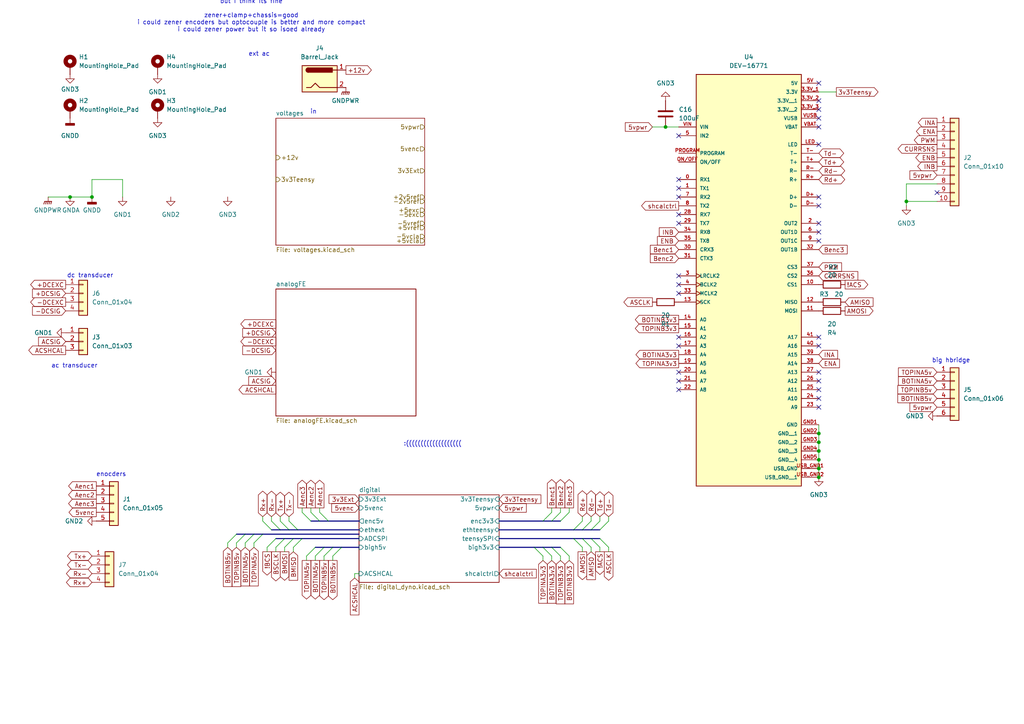
<source format=kicad_sch>
(kicad_sch (version 20231120) (generator "eeschema") (generator_version "8.0")
  (paper "A4")
  (lib_symbols
    (symbol "C_2" (pin_numbers hide) (pin_names (offset 0.254))
      (property "Reference" "C" (at 0.635 2.54 0))
      (property "Value" "C" (at 0.635 -2.54 0))
      (symbol "C_2_0_1"
        (polyline (pts (xy -2.032 -0.762) (xy 2.032 -0.762)) (stroke (width 0.508)))
        (polyline (pts (xy -2.032 0.762) (xy 2.032 0.762)) (stroke (width 0.508)))
      )
      (symbol "C_2_1_1"
        (pin passive line (at 0 3.81 270) (length 2.794) (name "~") (number "1"))
        (pin passive line (at 0 -3.81 90) (length 2.794) (name "~") (number "2"))
      )
    )
    (symbol "Connector:Barrel_Jack" (pin_names (offset 1.016))
      (property "Reference" "J" (at 0 5.334 0))
      (property "Value" "Barrel_Jack" (at 0 -5.08 0))
      (symbol "Barrel_Jack_0_1"
        (rectangle (start -5.08 3.81) (end 5.08 -3.81) (stroke (width 0.254)) (fill (type background)))
        (arc (start -3.302 3.175) (mid -3.9343 2.54) (end -3.302 1.905) (stroke (width 0.254)))
        (arc (start -3.302 3.175) (mid -3.9343 2.54) (end -3.302 1.905) (stroke (width 0.254)) (fill (type outline)))
        (polyline (pts (xy 5.08 2.54) (xy 3.81 2.54)) (stroke (width 0.254)))
        (polyline (pts (xy -3.81 -2.54) (xy -2.54 -2.54) (xy -1.27 -1.27) (xy 0 -2.54) (xy 2.54 -2.54) (xy 5.08 -2.54)) (stroke (width 0.254)))
        (rectangle (start 3.683 3.175) (end -3.302 1.905) (stroke (width 0.254)) (fill (type outline)))
      )
      (symbol "Barrel_Jack_1_1"
        (pin passive line (at 7.62 2.54 180) (length 2.54) (name "~") (number "1"))
        (pin passive line (at 7.62 -2.54 180) (length 2.54) (name "~") (number "2"))
      )
    )
    (symbol "Connector_Generic:Conn_01x03" (pin_names (offset 1.016) hide)
      (property "Reference" "J" (at 0 5.08 0))
      (property "Value" "Conn_01x03" (at 0 -5.08 0))
      (symbol "Conn_01x03_1_1"
        (rectangle (start -1.27 -2.413) (end 0 -2.667) (stroke (width 0.1524)))
        (rectangle (start -1.27 0.127) (end 0 -0.127) (stroke (width 0.1524)))
        (rectangle (start -1.27 2.667) (end 0 2.413) (stroke (width 0.1524)))
        (rectangle (start -1.27 3.81) (end 1.27 -3.81) (stroke (width 0.254)) (fill (type background)))
        (pin passive line (at -5.08 2.54 0) (length 3.81) (name "Pin_1") (number "1"))
        (pin passive line (at -5.08 0 0) (length 3.81) (name "Pin_2") (number "2"))
        (pin passive line (at -5.08 -2.54 0) (length 3.81) (name "Pin_3") (number "3"))
      )
    )
    (symbol "Connector_Generic:Conn_01x04" (pin_names (offset 1.016) hide)
      (property "Reference" "J" (at 0 5.08 0))
      (property "Value" "Conn_01x04" (at 0 -7.62 0))
      (symbol "Conn_01x04_1_1"
        (rectangle (start -1.27 -4.953) (end 0 -5.207) (stroke (width 0.1524)))
        (rectangle (start -1.27 -2.413) (end 0 -2.667) (stroke (width 0.1524)))
        (rectangle (start -1.27 0.127) (end 0 -0.127) (stroke (width 0.1524)))
        (rectangle (start -1.27 2.667) (end 0 2.413) (stroke (width 0.1524)))
        (rectangle (start -1.27 3.81) (end 1.27 -6.35) (stroke (width 0.254)) (fill (type background)))
        (pin passive line (at -5.08 2.54 0) (length 3.81) (name "Pin_1") (number "1"))
        (pin passive line (at -5.08 0 0) (length 3.81) (name "Pin_2") (number "2"))
        (pin passive line (at -5.08 -2.54 0) (length 3.81) (name "Pin_3") (number "3"))
        (pin passive line (at -5.08 -5.08 0) (length 3.81) (name "Pin_4") (number "4"))
      )
    )
    (symbol "Connector_Generic:Conn_01x05" (pin_names (offset 1.016) hide)
      (property "Reference" "J" (at 0 7.62 0))
      (property "Value" "Conn_01x05" (at 0 -7.62 0))
      (symbol "Conn_01x05_1_1"
        (rectangle (start -1.27 -4.953) (end 0 -5.207) (stroke (width 0.1524)))
        (rectangle (start -1.27 -2.413) (end 0 -2.667) (stroke (width 0.1524)))
        (rectangle (start -1.27 0.127) (end 0 -0.127) (stroke (width 0.1524)))
        (rectangle (start -1.27 2.667) (end 0 2.413) (stroke (width 0.1524)))
        (rectangle (start -1.27 5.207) (end 0 4.953) (stroke (width 0.1524)))
        (rectangle (start -1.27 6.35) (end 1.27 -6.35) (stroke (width 0.254)) (fill (type background)))
        (pin passive line (at -5.08 5.08 0) (length 3.81) (name "Pin_1") (number "1"))
        (pin passive line (at -5.08 2.54 0) (length 3.81) (name "Pin_2") (number "2"))
        (pin passive line (at -5.08 0 0) (length 3.81) (name "Pin_3") (number "3"))
        (pin passive line (at -5.08 -2.54 0) (length 3.81) (name "Pin_4") (number "4"))
        (pin passive line (at -5.08 -5.08 0) (length 3.81) (name "Pin_5") (number "5"))
      )
    )
    (symbol "Connector_Generic:Conn_01x06" (pin_names (offset 1.016) hide)
      (property "Reference" "J" (at 0 7.62 0))
      (property "Value" "Conn_01x06" (at 0 -10.16 0))
      (symbol "Conn_01x06_1_1"
        (rectangle (start -1.27 -7.493) (end 0 -7.747) (stroke (width 0.1524)))
        (rectangle (start -1.27 -4.953) (end 0 -5.207) (stroke (width 0.1524)))
        (rectangle (start -1.27 -2.413) (end 0 -2.667) (stroke (width 0.1524)))
        (rectangle (start -1.27 0.127) (end 0 -0.127) (stroke (width 0.1524)))
        (rectangle (start -1.27 2.667) (end 0 2.413) (stroke (width 0.1524)))
        (rectangle (start -1.27 5.207) (end 0 4.953) (stroke (width 0.1524)))
        (rectangle (start -1.27 6.35) (end 1.27 -8.89) (stroke (width 0.254)) (fill (type background)))
        (pin passive line (at -5.08 5.08 0) (length 3.81) (name "Pin_1") (number "1"))
        (pin passive line (at -5.08 2.54 0) (length 3.81) (name "Pin_2") (number "2"))
        (pin passive line (at -5.08 0 0) (length 3.81) (name "Pin_3") (number "3"))
        (pin passive line (at -5.08 -2.54 0) (length 3.81) (name "Pin_4") (number "4"))
        (pin passive line (at -5.08 -5.08 0) (length 3.81) (name "Pin_5") (number "5"))
        (pin passive line (at -5.08 -7.62 0) (length 3.81) (name "Pin_6") (number "6"))
      )
    )
    (symbol "Connector_Generic:Conn_01x10" (pin_names (offset 1.016) hide)
      (property "Reference" "J" (at 0 12.7 0))
      (property "Value" "Conn_01x10" (at 0 -15.24 0))
      (symbol "Conn_01x10_1_1"
        (rectangle (start -1.27 -12.573) (end 0 -12.827) (stroke (width 0.1524)))
        (rectangle (start -1.27 -10.033) (end 0 -10.287) (stroke (width 0.1524)))
        (rectangle (start -1.27 -7.493) (end 0 -7.747) (stroke (width 0.1524)))
        (rectangle (start -1.27 -4.953) (end 0 -5.207) (stroke (width 0.1524)))
        (rectangle (start -1.27 -2.413) (end 0 -2.667) (stroke (width 0.1524)))
        (rectangle (start -1.27 0.127) (end 0 -0.127) (stroke (width 0.1524)))
        (rectangle (start -1.27 2.667) (end 0 2.413) (stroke (width 0.1524)))
        (rectangle (start -1.27 5.207) (end 0 4.953) (stroke (width 0.1524)))
        (rectangle (start -1.27 7.747) (end 0 7.493) (stroke (width 0.1524)))
        (rectangle (start -1.27 10.287) (end 0 10.033) (stroke (width 0.1524)))
        (rectangle (start -1.27 11.43) (end 1.27 -13.97) (stroke (width 0.254)) (fill (type background)))
        (pin passive line (at -5.08 10.16 0) (length 3.81) (name "Pin_1") (number "1"))
        (pin passive line (at -5.08 -12.7 0) (length 3.81) (name "Pin_10") (number "10"))
        (pin passive line (at -5.08 7.62 0) (length 3.81) (name "Pin_2") (number "2"))
        (pin passive line (at -5.08 5.08 0) (length 3.81) (name "Pin_3") (number "3"))
        (pin passive line (at -5.08 2.54 0) (length 3.81) (name "Pin_4") (number "4"))
        (pin passive line (at -5.08 0 0) (length 3.81) (name "Pin_5") (number "5"))
        (pin passive line (at -5.08 -2.54 0) (length 3.81) (name "Pin_6") (number "6"))
        (pin passive line (at -5.08 -5.08 0) (length 3.81) (name "Pin_7") (number "7"))
        (pin passive line (at -5.08 -7.62 0) (length 3.81) (name "Pin_8") (number "8"))
        (pin passive line (at -5.08 -10.16 0) (length 3.81) (name "Pin_9") (number "9"))
      )
    )
    (symbol "Device:R" (pin_numbers hide) (pin_names (offset 0))
      (property "Reference" "R" (at 2.032 0 90))
      (property "Value" "R" (at 0 0 90))
      (symbol "R_0_1"
        (rectangle (start -1.016 -2.54) (end 1.016 2.54) (stroke (width 0.254)))
      )
      (symbol "R_1_1"
        (pin passive line (at 0 3.81 270) (length 1.27) (name "~") (number "1"))
        (pin passive line (at 0 -3.81 90) (length 1.27) (name "~") (number "2"))
      )
    )
    (symbol "GNDA_1" (power) (pin_numbers hide) (pin_names (offset 0) hide)
      (property "Value" "GNDA" (at 0 -3.81 0))
      (symbol "GNDA_1_0_1"
        (polyline (pts (xy 0 0) (xy 0 -1.27) (xy 1.27 -1.27) (xy 0 -2.54) (xy -1.27 -1.27) (xy 0 -1.27)))
      )
      (symbol "GNDA_1_1_1"
        (pin power_in line (at 0 0 270) (length 0) (name "~") (number "1"))
      )
    )
    (symbol "GNDD_1" (power) (pin_numbers hide) (pin_names (offset 0) hide)
      (property "Value" "GNDD" (at 0 -3.175 0))
      (symbol "GNDD_1_0_1"
        (rectangle (start -1.27 -1.524) (end 1.27 -2.032) (stroke (width 0.254)) (fill (type outline)))
        (polyline (pts (xy 0 0) (xy 0 -1.524)))
      )
      (symbol "GNDD_1_1_1"
        (pin power_in line (at 0 0 270) (length 0) (name "~") (number "1"))
      )
    )
    (symbol "Mechanical:MountingHole_Pad" (pin_numbers hide) (pin_names (offset 1.016) hide) (exclude_from_sim yes) (in_bom no)
      (property "Reference" "H" (at 0 6.35 0))
      (property "Value" "MountingHole_Pad" (at 0 4.445 0))
      (symbol "MountingHole_Pad_0_1"
        (circle (center 0 1.27) (radius 1.27) (stroke (width 1.27)))
      )
      (symbol "MountingHole_Pad_1_1"
        (pin input line (at 0 -2.54 90) (length 2.54) (name "1") (number "1"))
      )
    )
    (symbol "dyno_inst_sym:DEV-16771" (pin_names (offset 1.016))
      (property "Reference" "U5" (at 0 55.245 0))
      (property "Value" "DEV-16771" (at 0 52.705 0))
      (symbol "DEV-16771_0_0"
        (rectangle (start -15.24 -68.58) (end 15.24 50.8) (stroke (width 0.254)) (fill (type background)))
        (pin bidirectional line (at -20.32 20.32 0) (length 5.08) (name "RX1") (number "0"))
        (pin bidirectional line (at -20.32 17.78 0) (length 5.08) (name "TX1") (number "1"))
        (pin bidirectional line (at 20.32 -10.16 180) (length 5.08) (name "CS1") (number "10"))
        (pin bidirectional line (at 20.32 -17.78 180) (length 5.08) (name "MOSI") (number "11"))
        (pin bidirectional line (at 20.32 -15.24 180) (length 5.08) (name "MISO") (number "12"))
        (pin bidirectional clock (at -20.32 -15.24 0) (length 5.08) (name "SCK") (number "13"))
        (pin bidirectional line (at -20.32 -20.32 0) (length 5.08) (name "A0") (number "14"))
        (pin bidirectional line (at -20.32 -22.86 0) (length 5.08) (name "A1") (number "15"))
        (pin bidirectional line (at -20.32 -25.4 0) (length 5.08) (name "A2") (number "16"))
        (pin bidirectional line (at -20.32 -27.94 0) (length 5.08) (name "A3") (number "17"))
        (pin bidirectional line (at -20.32 -30.48 0) (length 5.08) (name "A4") (number "18"))
        (pin bidirectional line (at -20.32 -33.02 0) (length 5.08) (name "A5") (number "19"))
        (pin output line (at 20.32 7.62 180) (length 5.08) (name "OUT2") (number "2"))
        (pin bidirectional line (at -20.32 -35.56 0) (length 5.08) (name "A6") (number "20"))
        (pin bidirectional line (at -20.32 -38.1 0) (length 5.08) (name "A7") (number "21"))
        (pin bidirectional line (at -20.32 -40.64 0) (length 5.08) (name "A8") (number "22"))
        (pin bidirectional line (at 20.32 -45.72 180) (length 5.08) (name "A9") (number "23"))
        (pin bidirectional line (at 20.32 -43.18 180) (length 5.08) (name "A10") (number "24"))
        (pin bidirectional line (at 20.32 -40.64 180) (length 5.08) (name "A11") (number "25"))
        (pin bidirectional line (at 20.32 -38.1 180) (length 5.08) (name "A12") (number "26"))
        (pin bidirectional line (at 20.32 -35.56 180) (length 5.08) (name "A13") (number "27"))
        (pin bidirectional line (at -20.32 10.16 0) (length 5.08) (name "RX7") (number "28"))
        (pin bidirectional line (at -20.32 7.62 0) (length 5.08) (name "TX7") (number "29"))
        (pin bidirectional clock (at -20.32 -7.62 0) (length 5.08) (name "LRCLK2") (number "3"))
        (pin power_in line (at 20.32 45.72 180) (length 5.08) (name "3.3V") (number "3.3V_1"))
        (pin power_in line (at 20.32 43.18 180) (length 5.08) (name "3.3V__1") (number "3.3V_2"))
        (pin power_in line (at 20.32 40.64 180) (length 5.08) (name "3.3V__2") (number "3.3V_3"))
        (pin bidirectional line (at -20.32 0 0) (length 5.08) (name "CRX3") (number "30"))
        (pin bidirectional line (at -20.32 -2.54 0) (length 5.08) (name "CTX3") (number "31"))
        (pin output line (at 20.32 0 180) (length 5.08) (name "OUT1B") (number "32"))
        (pin bidirectional clock (at -20.32 -12.7 0) (length 5.08) (name "MCLK2") (number "33"))
        (pin bidirectional line (at -20.32 5.08 0) (length 5.08) (name "RX8") (number "34"))
        (pin bidirectional line (at -20.32 2.54 0) (length 5.08) (name "TX8") (number "35"))
        (pin bidirectional line (at 20.32 -7.62 180) (length 5.08) (name "CS2") (number "36"))
        (pin bidirectional line (at 20.32 -5.08 180) (length 5.08) (name "CS3") (number "37"))
        (pin bidirectional line (at 20.32 -33.02 180) (length 5.08) (name "A14") (number "38"))
        (pin bidirectional line (at 20.32 -30.48 180) (length 5.08) (name "A15") (number "39"))
        (pin bidirectional clock (at -20.32 -10.16 0) (length 5.08) (name "BCLK2") (number "4"))
        (pin bidirectional line (at 20.32 -27.94 180) (length 5.08) (name "A16") (number "40"))
        (pin bidirectional line (at 20.32 -25.4 180) (length 5.08) (name "A17") (number "41"))
        (pin bidirectional line (at -20.32 33.02 0) (length 5.08) (name "IN2") (number "5"))
        (pin power_in line (at 20.32 48.26 180) (length 5.08) (name "5V") (number "5V"))
        (pin output line (at 20.32 5.08 180) (length 5.08) (name "OUT1D") (number "6"))
        (pin bidirectional line (at -20.32 15.24 0) (length 5.08) (name "RX2") (number "7"))
        (pin bidirectional line (at -20.32 12.7 0) (length 5.08) (name "TX2") (number "8"))
        (pin output line (at 20.32 2.54 180) (length 5.08) (name "OUT1C") (number "9"))
        (pin bidirectional line (at 20.32 15.24 180) (length 5.08) (name "D+") (number "D+"))
        (pin bidirectional line (at 20.32 12.7 180) (length 5.08) (name "D-") (number "D-"))
        (pin power_in line (at 20.32 -50.8 180) (length 5.08) (name "GND") (number "GND1"))
        (pin power_in line (at 20.32 -53.34 180) (length 5.08) (name "GND__1") (number "GND2"))
        (pin power_in line (at 20.32 -55.88 180) (length 5.08) (name "GND__2") (number "GND3"))
        (pin power_in line (at 20.32 -58.42 180) (length 5.08) (name "GND__3") (number "GND4"))
        (pin power_in line (at 20.32 -60.96 180) (length 5.08) (name "GND__4") (number "GND5"))
        (pin bidirectional line (at 20.32 30.48 180) (length 5.08) (name "LED") (number "LED"))
        (pin bidirectional line (at -20.32 25.4 0) (length 5.08) (name "ON/OFF") (number "ON/OFF"))
        (pin bidirectional line (at -20.32 27.94 0) (length 5.08) (name "PROGRAM") (number "PROGRAM"))
        (pin bidirectional line (at 20.32 20.32 180) (length 5.08) (name "R+") (number "R+"))
        (pin bidirectional line (at 20.32 22.86 180) (length 5.08) (name "R-") (number "R-"))
        (pin bidirectional line (at 20.32 25.4 180) (length 5.08) (name "T+") (number "T+"))
        (pin bidirectional line (at 20.32 27.94 180) (length 5.08) (name "T-") (number "T-"))
        (pin power_in line (at 20.32 -63.5 180) (length 5.08) (name "USB_GND") (number "USB_GND1"))
        (pin power_in line (at 20.32 -66.04 180) (length 5.08) (name "USB_GND__1") (number "USB_GND2"))
        (pin passive line (at 20.32 35.56 180) (length 5.08) (name "VBAT") (number "VBAT"))
        (pin input line (at -20.32 35.56 0) (length 5.08) (name "VIN") (number "VIN"))
        (pin passive line (at 20.32 38.1 180) (length 5.08) (name "VUSB") (number "VUSB"))
      )
    )
    (symbol "power:GND1" (power) (pin_numbers hide) (pin_names (offset 0) hide)
      (property "Value" "GND1" (at 0 -3.81 0))
      (symbol "GND1_0_1"
        (polyline (pts (xy 0 0) (xy 0 -1.27) (xy 1.27 -1.27) (xy 0 -2.54) (xy -1.27 -1.27) (xy 0 -1.27)))
      )
      (symbol "GND1_1_1"
        (pin power_in line (at 0 0 270) (length 0) (name "~") (number "1"))
      )
    )
    (symbol "power:GND2" (power) (pin_numbers hide) (pin_names (offset 0) hide)
      (property "Value" "GND2" (at 0 -3.81 0))
      (symbol "GND2_0_1"
        (polyline (pts (xy 0 0) (xy 0 -1.27) (xy 1.27 -1.27) (xy 0 -2.54) (xy -1.27 -1.27) (xy 0 -1.27)))
      )
      (symbol "GND2_1_1"
        (pin power_in line (at 0 0 270) (length 0) (name "~") (number "1"))
      )
    )
    (symbol "power:GND3" (power) (pin_numbers hide) (pin_names (offset 0) hide)
      (property "Value" "GND3" (at 0 -3.81 0))
      (symbol "GND3_0_1"
        (polyline (pts (xy 0 0) (xy 0 -1.27) (xy 1.27 -1.27) (xy 0 -2.54) (xy -1.27 -1.27) (xy 0 -1.27)))
      )
      (symbol "GND3_1_1"
        (pin power_in line (at 0 0 270) (length 0) (name "~") (number "1"))
      )
    )
    (symbol "power:GNDD" (power) (pin_names (offset 0))
      (property "Value" "GNDD" (at 0 -3.175 0))
      (symbol "GNDD_0_1"
        (rectangle (start -1.27 -1.524) (end 1.27 -2.032) (stroke (width 0.254)) (fill (type outline)))
        (polyline (pts (xy 0 0) (xy 0 -1.524)))
      )
      (symbol "GNDD_1_1"
        (pin power_in line (at 0 0 270) (length 0) hide (name "GNDD") (number "1"))
      )
    )
    (symbol "power:GNDPWR" (power) (pin_numbers hide) (pin_names (offset 0) hide)
      (property "Value" "GNDPWR" (at 0 -3.302 0))
      (symbol "GNDPWR_0_1"
        (polyline (pts (xy 0 -1.27) (xy 0 0)))
        (polyline (pts (xy -1.016 -1.27) (xy -1.27 -2.032) (xy -1.27 -2.032)) (stroke (width 0.2032)))
        (polyline (pts (xy -0.508 -1.27) (xy -0.762 -2.032) (xy -0.762 -2.032)) (stroke (width 0.2032)))
        (polyline (pts (xy 0 -1.27) (xy -0.254 -2.032) (xy -0.254 -2.032)) (stroke (width 0.2032)))
        (polyline (pts (xy 0.508 -1.27) (xy 0.254 -2.032) (xy 0.254 -2.032)) (stroke (width 0.2032)))
        (polyline (pts (xy 1.016 -1.27) (xy -1.016 -1.27) (xy -1.016 -1.27)) (stroke (width 0.2032)))
        (polyline (pts (xy 1.016 -1.27) (xy 0.762 -2.032) (xy 0.762 -2.032) (xy 0.762 -2.032)) (stroke (width 0.2032)))
      )
      (symbol "GNDPWR_1_1"
        (pin power_in line (at 0 0 270) (length 0) (name "~") (number "1"))
      )
    )
  )
  (junction (at 237.49 138.43))
  (junction (at 26.67 57.15))
  (junction (at 237.49 125.73))
  (junction (at 20.32 57.15))
  (junction (at 237.49 128.27))
  (junction (at 262.89 58.42))
  (junction (at 237.49 135.89))
  (junction (at 237.49 133.35))
  (junction (at 237.49 130.81))
  (junction (at 193.04 36.83))
  (no_connect (at 237.49 118.11))
  (no_connect (at 196.85 52.07))
  (no_connect (at 196.85 57.15))
  (no_connect (at 196.85 85.09))
  (no_connect (at 196.85 62.23))
  (no_connect (at 237.49 100.33))
  (no_connect (at 237.49 31.75))
  (no_connect (at 237.49 113.03))
  (no_connect (at 196.85 113.03))
  (no_connect (at 237.49 36.83))
  (no_connect (at 271.78 55.88))
  (no_connect (at 237.49 34.29))
  (no_connect (at 237.49 57.15))
  (no_connect (at 237.49 41.91))
  (no_connect (at 196.85 110.49))
  (no_connect (at 237.49 97.79))
  (no_connect (at 237.49 59.69))
  (no_connect (at 196.85 80.01))
  (no_connect (at 237.49 110.49))
  (no_connect (at 196.85 82.55))
  (no_connect (at 196.85 100.33))
  (no_connect (at 237.49 64.77))
  (no_connect (at 237.49 69.85))
  (no_connect (at 196.85 64.77))
  (no_connect (at 196.85 97.79))
  (no_connect (at 237.49 115.57))
  (no_connect (at 237.49 67.31))
  (no_connect (at 237.49 107.95))
  (no_connect (at 237.49 29.21))
  (no_connect (at 196.85 107.95))
  (no_connect (at 196.85 39.37))
  (no_connect (at 237.49 24.13))
  (no_connect (at 196.85 54.61))
  (bus_entry (at 176.53 151.13) (size -2.54 2.54))
  (bus_entry (at 80.01 158.75) (size 2.54 -2.54))
  (bus_entry (at 173.99 151.13) (size -2.54 2.54))
  (bus_entry (at 162.56 148.59) (size -2.54 2.54))
  (bus_entry (at 68.58 157.48) (size 2.54 -2.54))
  (bus_entry (at 90.17 148.59) (size 2.54 2.54))
  (bus_entry (at 165.1 161.29) (size -2.54 -2.54))
  (bus_entry (at 71.12 157.48) (size 2.54 -2.54))
  (bus_entry (at 82.55 158.75) (size 2.54 -2.54))
  (bus_entry (at 93.98 161.29) (size 2.54 -2.54))
  (bus_entry (at 88.9 161.29) (size 2.54 -2.54))
  (bus_entry (at 85.09 158.75) (size 2.54 -2.54))
  (bus_entry (at 77.47 158.75) (size 2.54 -2.54))
  (bus_entry (at 171.45 158.75) (size -2.54 -2.54))
  (bus_entry (at 76.2 151.13) (size 2.54 2.54))
  (bus_entry (at 91.44 161.29) (size 2.54 -2.54))
  (bus_entry (at 78.74 151.13) (size 2.54 2.54))
  (bus_entry (at 171.45 151.13) (size -2.54 2.54))
  (bus_entry (at 173.99 158.75) (size -2.54 -2.54))
  (bus_entry (at 83.82 151.13) (size 2.54 2.54))
  (bus_entry (at 168.91 158.75) (size -2.54 -2.54))
  (bus_entry (at 160.02 161.29) (size -2.54 -2.54))
  (bus_entry (at 168.91 151.13) (size -2.54 2.54))
  (bus_entry (at 73.66 157.48) (size 2.54 -2.54))
  (bus_entry (at 157.48 161.29) (size -2.54 -2.54))
  (bus_entry (at 81.28 151.13) (size 2.54 2.54))
  (bus_entry (at 66.04 157.48) (size 2.54 -2.54))
  (bus_entry (at 160.02 148.59) (size -2.54 2.54))
  (bus_entry (at 87.63 148.59) (size 2.54 2.54))
  (bus_entry (at 96.52 161.29) (size 2.54 -2.54))
  (bus_entry (at 176.53 158.75) (size -2.54 -2.54))
  (bus_entry (at 162.56 161.29) (size -2.54 -2.54))
  (bus_entry (at 165.1 148.59) (size -2.54 2.54))
  (bus_entry (at 92.71 148.59) (size 2.54 2.54))
  (bus (pts (xy 99.06 158.75) (xy 104.14 158.75)))
  (wire (pts (xy 76.2 149.86) (xy 76.2 151.13)))
  (wire (pts (xy 73.66 157.48) (xy 73.66 158.75)))
  (wire (pts (xy 26.67 57.15) (xy 26.67 52.07)))
  (wire (pts (xy 162.56 162.56) (xy 162.56 161.29)))
  (bus (pts (xy 76.2 154.94) (xy 104.14 154.94)))
  (bus (pts (xy 92.71 151.13) (xy 95.25 151.13)))
  (wire (pts (xy 237.49 133.35) (xy 237.49 135.89)))
  (bus (pts (xy 80.01 156.21) (xy 82.55 156.21)))
  (wire (pts (xy 165.1 147.32) (xy 165.1 148.59)))
  (wire (pts (xy 262.89 58.42) (xy 262.89 59.69)))
  (bus (pts (xy 173.99 156.21) (xy 171.45 156.21)))
  (bus (pts (xy 144.78 158.75) (xy 154.94 158.75)))
  (bus (pts (xy 144.78 151.13) (xy 157.48 151.13)))
  (wire (pts (xy 26.67 52.07) (xy 35.56 52.07)))
  (bus (pts (xy 78.74 153.67) (xy 81.28 153.67)))
  (wire (pts (xy 93.98 162.56) (xy 93.98 161.29)))
  (bus (pts (xy 90.17 151.13) (xy 92.71 151.13)))
  (wire (pts (xy 237.49 125.73) (xy 237.49 128.27)))
  (wire (pts (xy 171.45 149.86) (xy 171.45 151.13)))
  (wire (pts (xy 165.1 162.56) (xy 165.1 161.29)))
  (wire (pts (xy 176.53 149.86) (xy 176.53 151.13)))
  (bus (pts (xy 93.98 158.75) (xy 96.52 158.75)))
  (bus (pts (xy 87.63 156.21) (xy 104.14 156.21)))
  (wire (pts (xy 162.56 147.32) (xy 162.56 148.59)))
  (bus (pts (xy 95.25 151.13) (xy 104.14 151.13)))
  (wire (pts (xy 242.57 26.67) (xy 237.49 26.67)))
  (bus (pts (xy 82.55 156.21) (xy 85.09 156.21)))
  (wire (pts (xy 77.47 160.02) (xy 77.47 158.75)))
  (wire (pts (xy 157.48 162.56) (xy 157.48 161.29)))
  (wire (pts (xy 173.99 160.02) (xy 173.99 158.75)))
  (wire (pts (xy 20.32 57.15) (xy 26.67 57.15)))
  (wire (pts (xy 171.45 160.02) (xy 171.45 158.75)))
  (wire (pts (xy 160.02 162.56) (xy 160.02 161.29)))
  (bus (pts (xy 73.66 154.94) (xy 76.2 154.94)))
  (bus (pts (xy 91.44 158.75) (xy 93.98 158.75)))
  (bus (pts (xy 171.45 153.67) (xy 168.91 153.67)))
  (bus (pts (xy 144.78 153.67) (xy 166.37 153.67)))
  (wire (pts (xy 68.58 157.48) (xy 68.58 158.75)))
  (wire (pts (xy 82.55 160.02) (xy 82.55 158.75)))
  (bus (pts (xy 168.91 153.67) (xy 166.37 153.67)))
  (bus (pts (xy 86.36 153.67) (xy 104.14 153.67)))
  (bus (pts (xy 85.09 156.21) (xy 87.63 156.21)))
  (wire (pts (xy 88.9 162.56) (xy 88.9 161.29)))
  (wire (pts (xy 237.49 130.81) (xy 237.49 133.35)))
  (bus (pts (xy 68.58 154.94) (xy 71.12 154.94)))
  (wire (pts (xy 176.53 160.02) (xy 176.53 158.75)))
  (wire (pts (xy 102.87 167.64) (xy 102.87 166.37)))
  (wire (pts (xy 237.49 135.89) (xy 237.49 138.43)))
  (wire (pts (xy 83.82 149.86) (xy 83.82 151.13)))
  (bus (pts (xy 160.02 151.13) (xy 157.48 151.13)))
  (wire (pts (xy 160.02 147.32) (xy 160.02 148.59)))
  (bus (pts (xy 96.52 158.75) (xy 99.06 158.75)))
  (wire (pts (xy 35.56 52.07) (xy 35.56 57.15)))
  (wire (pts (xy 237.49 123.19) (xy 237.49 125.73)))
  (wire (pts (xy 168.91 149.86) (xy 168.91 151.13)))
  (bus (pts (xy 171.45 156.21) (xy 168.91 156.21)))
  (wire (pts (xy 173.99 149.86) (xy 173.99 151.13)))
  (wire (pts (xy 81.28 149.86) (xy 81.28 151.13)))
  (wire (pts (xy 237.49 128.27) (xy 237.49 130.81)))
  (wire (pts (xy 91.44 162.56) (xy 91.44 161.29)))
  (wire (pts (xy 92.71 147.32) (xy 92.71 148.59)))
  (wire (pts (xy 271.78 53.34) (xy 262.89 53.34)))
  (bus (pts (xy 144.78 156.21) (xy 166.37 156.21)))
  (wire (pts (xy 271.78 58.42) (xy 262.89 58.42)))
  (wire (pts (xy 193.04 36.83) (xy 196.85 36.83)))
  (wire (pts (xy 78.74 149.86) (xy 78.74 151.13)))
  (wire (pts (xy 66.04 157.48) (xy 66.04 158.75)))
  (bus (pts (xy 160.02 158.75) (xy 157.48 158.75)))
  (wire (pts (xy 71.12 157.48) (xy 71.12 158.75)))
  (bus (pts (xy 168.91 156.21) (xy 166.37 156.21)))
  (wire (pts (xy 90.17 147.32) (xy 90.17 148.59)))
  (wire (pts (xy 189.23 36.83) (xy 193.04 36.83)))
  (wire (pts (xy 262.89 53.34) (xy 262.89 58.42)))
  (bus (pts (xy 162.56 151.13) (xy 160.02 151.13)))
  (bus (pts (xy 83.82 153.67) (xy 86.36 153.67)))
  (wire (pts (xy 168.91 160.02) (xy 168.91 158.75)))
  (bus (pts (xy 162.56 158.75) (xy 160.02 158.75)))
  (bus (pts (xy 71.12 154.94) (xy 73.66 154.94)))
  (wire (pts (xy 85.09 160.02) (xy 85.09 158.75)))
  (wire (pts (xy 80.01 160.02) (xy 80.01 158.75)))
  (wire (pts (xy 13.97 57.15) (xy 20.32 57.15)))
  (bus (pts (xy 157.48 158.75) (xy 154.94 158.75)))
  (bus (pts (xy 173.99 153.67) (xy 171.45 153.67)))
  (bus (pts (xy 81.28 153.67) (xy 83.82 153.67)))
  (wire (pts (xy 96.52 162.56) (xy 96.52 161.29)))
  (wire (pts (xy 87.63 147.32) (xy 87.63 148.59)))
  (wire (pts (xy 102.87 166.37) (xy 104.14 166.37)))
  (text "dc transducer\n" (at 26.162 80.01 0) (effects (font (size 1.27 1.27))))
  (text "big hbridge" (at 275.844 104.648 0) (effects (font (size 1.27 1.27))))
  (text "only galvanically iso is encoder bc optocouple\nidk this is def kind of handwavey\nbut i think its fine\n\nzener+clamp+chassis=good\ni could zener encoders but optocouple is better and more compact\ni could zener power but it so isoed already" (at 72.898 2.54 0) (effects (font (size 1.27 1.27))))
  (text "ext ac" (at 75.184 15.748 0) (effects (font (size 1.27 1.27))))
  (text "enocders" (at 32.258 137.668 0) (effects (font (size 1.27 1.27))))
  (text ":(((((((((((((((((((" (at 125.476 128.778 0) (effects (font (size 1.27 1.27))))
  (text "in" (at 90.932 32.512 0) (effects (font (size 1.27 1.27))))
  (text "ac transducer" (at 21.59 106.172 0) (effects (font (size 1.27 1.27))))
  (global_label "AMOSI" (shape output) (at 168.91 160.02 270) (property "Intersheetrefs" "${INTERSHEET_REFS}" (effects (hide yes))))
  (global_label "TOPINA5v" (shape input) (at 73.66 158.75 270) (property "Intersheetrefs" "${INTERSHEET_REFS}" (effects (hide yes))))
  (global_label "Tx-" (shape bidirectional) (at 26.67 163.83 180) (property "Intersheetrefs" "${INTERSHEET_REFS}" (effects (hide yes))))
  (global_label "Tx+" (shape bidirectional) (at 26.67 161.29 180) (property "Intersheetrefs" "${INTERSHEET_REFS}" (effects (hide yes))))
  (global_label "PWM" (shape input) (at 237.49 77.47 0) (property "Intersheetrefs" "${INTERSHEET_REFS}" (effects (hide yes))))
  (global_label "Rx+" (shape bidirectional) (at 76.2 149.86 90) (property "Intersheetrefs" "${INTERSHEET_REFS}" (effects (hide yes))))
  (global_label "ACSIG" (shape input) (at 80.01 110.49 180) (property "Intersheetrefs" "${INTERSHEET_REFS}" (effects (hide yes))))
  (global_label "+DCEXC" (shape output) (at 80.01 93.98 180) (property "Intersheetrefs" "${INTERSHEET_REFS}" (effects (hide yes))))
  (global_label "BOTINA5v" (shape input) (at 71.12 158.75 270) (property "Intersheetrefs" "${INTERSHEET_REFS}" (effects (hide yes))))
  (global_label "5vpwr" (shape input) (at 271.78 50.8 180) (property "Intersheetrefs" "${INTERSHEET_REFS}" (effects (hide yes))))
  (global_label "BOTINB5v" (shape input) (at 271.78 115.57 180) (property "Intersheetrefs" "${INTERSHEET_REFS}" (effects (hide yes))))
  (global_label "Aenc3" (shape output) (at 87.63 147.32 90) (property "Intersheetrefs" "${INTERSHEET_REFS}" (effects (hide yes))))
  (global_label "TOPINA5v" (shape output) (at 88.9 162.56 270) (property "Intersheetrefs" "${INTERSHEET_REFS}" (effects (hide yes))))
  (global_label "+12v" (shape output) (at 100.33 20.32 0) (property "Intersheetrefs" "${INTERSHEET_REFS}" (effects (hide yes))))
  (global_label "Benc2" (shape output) (at 162.56 147.32 90) (property "Intersheetrefs" "${INTERSHEET_REFS}" (effects (hide yes))))
  (global_label "BMOSI" (shape output) (at 82.55 160.02 270) (property "Intersheetrefs" "${INTERSHEET_REFS}" (effects (hide yes))))
  (global_label "INB" (shape input) (at 196.85 67.31 180) (property "Intersheetrefs" "${INTERSHEET_REFS}" (effects (hide yes))))
  (global_label "AMISO" (shape input) (at 171.45 160.02 270) (property "Intersheetrefs" "${INTERSHEET_REFS}" (effects (hide yes))))
  (global_label "Benc3" (shape input) (at 237.49 72.39 0) (property "Intersheetrefs" "${INTERSHEET_REFS}" (effects (hide yes))))
  (global_label "TOPINA3v3" (shape input) (at 157.48 162.56 270) (property "Intersheetrefs" "${INTERSHEET_REFS}" (effects (hide yes))))
  (global_label "Td-" (shape bidirectional) (at 237.49 44.45 0) (property "Intersheetrefs" "${INTERSHEET_REFS}" (effects (hide yes))))
  (global_label "CURRSNS" (shape output) (at 271.78 43.18 180) (property "Intersheetrefs" "${INTERSHEET_REFS}" (effects (hide yes))))
  (global_label "TOPINA5v" (shape input) (at 271.78 107.95 180) (property "Intersheetrefs" "${INTERSHEET_REFS}" (effects (hide yes))))
  (global_label "AMOSI" (shape output) (at 245.11 90.17 0) (property "Intersheetrefs" "${INTERSHEET_REFS}" (effects (hide yes))))
  (global_label "!ACS" (shape output) (at 245.11 82.55 0) (property "Intersheetrefs" "${INTERSHEET_REFS}" (effects (hide yes))))
  (global_label "ENA" (shape output) (at 271.78 38.1 180) (property "Intersheetrefs" "${INTERSHEET_REFS}" (effects (hide yes))))
  (global_label "!BCS" (shape output) (at 77.47 160.02 270) (property "Intersheetrefs" "${INTERSHEET_REFS}" (effects (hide yes))))
  (global_label "Rx-" (shape bidirectional) (at 78.74 149.86 90) (property "Intersheetrefs" "${INTERSHEET_REFS}" (effects (hide yes))))
  (global_label "ACSIG" (shape input) (at 19.05 99.06 180) (property "Intersheetrefs" "${INTERSHEET_REFS}" (effects (hide yes))))
  (global_label "3v3Teensy" (shape input) (at 144.78 144.78 0) (property "Intersheetrefs" "${INTERSHEET_REFS}" (effects (hide yes))))
  (global_label "Tx+" (shape bidirectional) (at 81.28 149.86 90) (property "Intersheetrefs" "${INTERSHEET_REFS}" (effects (hide yes))))
  (global_label "Rx+" (shape bidirectional) (at 26.67 168.91 180) (property "Intersheetrefs" "${INTERSHEET_REFS}" (effects (hide yes))))
  (global_label "Aenc2" (shape output) (at 27.94 143.51 180) (property "Intersheetrefs" "${INTERSHEET_REFS}" (effects (hide yes))))
  (global_label "-DCSIG" (shape input) (at 80.01 101.6 180) (property "Intersheetrefs" "${INTERSHEET_REFS}" (effects (hide yes))))
  (global_label "3v3Teensy" (shape output) (at 242.57 26.67 0) (property "Intersheetrefs" "${INTERSHEET_REFS}" (effects (hide yes))))
  (global_label "BOTINA3v3" (shape input) (at 160.02 162.56 270) (property "Intersheetrefs" "${INTERSHEET_REFS}" (effects (hide yes))))
  (global_label "+DCSIG" (shape input) (at 80.01 96.52 180) (property "Intersheetrefs" "${INTERSHEET_REFS}" (effects (hide yes))))
  (global_label "+DCSIG" (shape input) (at 19.05 85.09 180) (property "Intersheetrefs" "${INTERSHEET_REFS}" (effects (hide yes))))
  (global_label "5venc" (shape output) (at 27.94 148.59 180) (property "Intersheetrefs" "${INTERSHEET_REFS}" (effects (hide yes))))
  (global_label "Rd-" (shape bidirectional) (at 171.45 149.86 90) (property "Intersheetrefs" "${INTERSHEET_REFS}" (effects (hide yes))))
  (global_label "TOPINA3v3" (shape output) (at 196.85 105.41 180) (property "Intersheetrefs" "${INTERSHEET_REFS}" (effects (hide yes))))
  (global_label "5vpwr" (shape input) (at 189.23 36.83 180) (property "Intersheetrefs" "${INTERSHEET_REFS}" (effects (hide yes))))
  (global_label "ASCLK" (shape output) (at 176.53 160.02 270) (property "Intersheetrefs" "${INTERSHEET_REFS}" (effects (hide yes))))
  (global_label "Td-" (shape bidirectional) (at 176.53 149.86 90) (property "Intersheetrefs" "${INTERSHEET_REFS}" (effects (hide yes))))
  (global_label "Benc3" (shape output) (at 165.1 147.32 90) (property "Intersheetrefs" "${INTERSHEET_REFS}" (effects (hide yes))))
  (global_label "Rd-" (shape bidirectional) (at 237.49 49.53 0) (property "Intersheetrefs" "${INTERSHEET_REFS}" (effects (hide yes))))
  (global_label "BSCLK" (shape output) (at 80.01 160.02 270) (property "Intersheetrefs" "${INTERSHEET_REFS}" (effects (hide yes))))
  (global_label "ACSHCAL" (shape output) (at 80.01 113.03 180) (property "Intersheetrefs" "${INTERSHEET_REFS}" (effects (hide yes))))
  (global_label "Benc1" (shape input) (at 196.85 72.39 180) (property "Intersheetrefs" "${INTERSHEET_REFS}" (effects (hide yes))))
  (global_label "TOPINB5v" (shape input) (at 271.78 113.03 180) (property "Intersheetrefs" "${INTERSHEET_REFS}" (effects (hide yes))))
  (global_label "-DCEXC" (shape output) (at 80.01 99.06 180) (property "Intersheetrefs" "${INTERSHEET_REFS}" (effects (hide yes))))
  (global_label "ENB" (shape output) (at 271.78 45.72 180) (property "Intersheetrefs" "${INTERSHEET_REFS}" (effects (hide yes))))
  (global_label "!ACS" (shape output) (at 173.99 160.02 270) (property "Intersheetrefs" "${INTERSHEET_REFS}" (effects (hide yes))))
  (global_label "PWM" (shape output) (at 271.78 40.64 180) (property "Intersheetrefs" "${INTERSHEET_REFS}" (effects (hide yes))))
  (global_label "Tx-" (shape bidirectional) (at 83.82 149.86 90) (property "Intersheetrefs" "${INTERSHEET_REFS}" (effects (hide yes))))
  (global_label "BOTINB3v3" (shape input) (at 165.1 162.56 270) (property "Intersheetrefs" "${INTERSHEET_REFS}" (effects (hide yes))))
  (global_label "Benc1" (shape output) (at 160.02 147.32 90) (property "Intersheetrefs" "${INTERSHEET_REFS}" (effects (hide yes))))
  (global_label "ENA" (shape input) (at 237.49 105.41 0) (property "Intersheetrefs" "${INTERSHEET_REFS}" (effects (hide yes))))
  (global_label "BOTINB5v" (shape input) (at 66.04 158.75 270) (property "Intersheetrefs" "${INTERSHEET_REFS}" (effects (hide yes))))
  (global_label "BMISO" (shape input) (at 85.09 160.02 270) (property "Intersheetrefs" "${INTERSHEET_REFS}" (effects (hide yes))))
  (global_label "INB" (shape output) (at 271.78 48.26 180) (property "Intersheetrefs" "${INTERSHEET_REFS}" (effects (hide yes))))
  (global_label "BOTINB5v" (shape output) (at 96.52 162.56 270) (property "Intersheetrefs" "${INTERSHEET_REFS}" (effects (hide yes))))
  (global_label "ACSHCAL" (shape input) (at 102.87 167.64 270) (property "Intersheetrefs" "${INTERSHEET_REFS}" (effects (hide yes))))
  (global_label "shcalctrl" (shape input) (at 144.78 166.37 0) (property "Intersheetrefs" "${INTERSHEET_REFS}" (effects (hide yes))))
  (global_label "shcalctrl" (shape output) (at 196.85 59.69 180) (property "Intersheetrefs" "${INTERSHEET_REFS}" (effects (hide yes))))
  (global_label "BOTINA3v3" (shape output) (at 196.85 102.87 180) (property "Intersheetrefs" "${INTERSHEET_REFS}" (effects (hide yes))))
  (global_label "TOPINB3v3" (shape output) (at 196.85 95.25 180) (property "Intersheetrefs" "${INTERSHEET_REFS}" (effects (hide yes))))
  (global_label "INA" (shape input) (at 237.49 102.87 0) (property "Intersheetrefs" "${INTERSHEET_REFS}" (effects (hide yes))))
  (global_label "CURRSNS" (shape input) (at 237.49 80.01 0) (property "Intersheetrefs" "${INTERSHEET_REFS}" (effects (hide yes))))
  (global_label "3v3Ext" (shape input) (at 104.14 144.78 180) (property "Intersheetrefs" "${INTERSHEET_REFS}" (effects (hide yes))))
  (global_label "Benc2" (shape input) (at 196.85 74.93 180) (property "Intersheetrefs" "${INTERSHEET_REFS}" (effects (hide yes))))
  (global_label "Aenc1" (shape output) (at 92.71 147.32 90) (property "Intersheetrefs" "${INTERSHEET_REFS}" (effects (hide yes))))
  (global_label "-DCSIG" (shape input) (at 19.05 90.17 180) (property "Intersheetrefs" "${INTERSHEET_REFS}" (effects (hide yes))))
  (global_label "AMISO" (shape input) (at 245.11 87.63 0) (property "Intersheetrefs" "${INTERSHEET_REFS}" (effects (hide yes))))
  (global_label "5venc" (shape input) (at 104.14 147.32 180) (property "Intersheetrefs" "${INTERSHEET_REFS}" (effects (hide yes))))
  (global_label "ENB" (shape input) (at 196.85 69.85 180) (property "Intersheetrefs" "${INTERSHEET_REFS}" (effects (hide yes))))
  (global_label "Aenc1" (shape output) (at 27.94 140.97 180) (property "Intersheetrefs" "${INTERSHEET_REFS}" (effects (hide yes))))
  (global_label "BOTINA5v" (shape output) (at 91.44 162.56 270) (property "Intersheetrefs" "${INTERSHEET_REFS}" (effects (hide yes))))
  (global_label "TOPINB5v" (shape input) (at 68.58 158.75 270) (property "Intersheetrefs" "${INTERSHEET_REFS}" (effects (hide yes))))
  (global_label "5vpwr" (shape input) (at 144.78 147.32 0) (property "Intersheetrefs" "${INTERSHEET_REFS}" (effects (hide yes))))
  (global_label "ASCLK" (shape output) (at 189.23 87.63 180) (property "Intersheetrefs" "${INTERSHEET_REFS}" (effects (hide yes))))
  (global_label "Rd+" (shape bidirectional) (at 168.91 149.86 90) (property "Intersheetrefs" "${INTERSHEET_REFS}" (effects (hide yes))))
  (global_label "Rd+" (shape bidirectional) (at 237.49 52.07 0) (property "Intersheetrefs" "${INTERSHEET_REFS}" (effects (hide yes))))
  (global_label "Aenc3" (shape output) (at 27.94 146.05 180) (property "Intersheetrefs" "${INTERSHEET_REFS}" (effects (hide yes))))
  (global_label "INA" (shape output) (at 271.78 35.56 180) (property "Intersheetrefs" "${INTERSHEET_REFS}" (effects (hide yes))))
  (global_label "BOTINA5v" (shape input) (at 271.78 110.49 180) (property "Intersheetrefs" "${INTERSHEET_REFS}" (effects (hide yes))))
  (global_label "Td+" (shape bidirectional) (at 173.99 149.86 90) (property "Intersheetrefs" "${INTERSHEET_REFS}" (effects (hide yes))))
  (global_label "BOTINB3v3" (shape output) (at 196.85 92.71 180) (property "Intersheetrefs" "${INTERSHEET_REFS}" (effects (hide yes))))
  (global_label "Rx-" (shape bidirectional) (at 26.67 166.37 180) (property "Intersheetrefs" "${INTERSHEET_REFS}" (effects (hide yes))))
  (global_label "+DCEXC" (shape output) (at 19.05 82.55 180) (property "Intersheetrefs" "${INTERSHEET_REFS}" (effects (hide yes))))
  (global_label "-DCEXC" (shape output) (at 19.05 87.63 180) (property "Intersheetrefs" "${INTERSHEET_REFS}" (effects (hide yes))))
  (global_label "5vpwr" (shape input) (at 271.78 118.11 180) (property "Intersheetrefs" "${INTERSHEET_REFS}" (effects (hide yes))))
  (global_label "TOPINB5v" (shape output) (at 93.98 162.56 270) (property "Intersheetrefs" "${INTERSHEET_REFS}" (effects (hide yes))))
  (global_label "Aenc2" (shape output) (at 90.17 147.32 90) (property "Intersheetrefs" "${INTERSHEET_REFS}" (effects (hide yes))))
  (global_label "TOPINB3v3" (shape input) (at 162.56 162.56 270) (property "Intersheetrefs" "${INTERSHEET_REFS}" (effects (hide yes))))
  (global_label "Td+" (shape bidirectional) (at 237.49 46.99 0) (property "Intersheetrefs" "${INTERSHEET_REFS}" (effects (hide yes))))
  (global_label "ACSHCAL" (shape output) (at 19.05 101.6 180) (property "Intersheetrefs" "${INTERSHEET_REFS}" (effects (hide yes))))
  (hierarchical_label "3v3Ext" (shape input) (at 123.19 49.53 180))
  (hierarchical_label "+5vcla" (shape input) (at 123.19 69.85 180))
  (hierarchical_label "5vpwr" (shape input) (at 123.19 36.83 180))
  (hierarchical_label "+2v5ref" (shape input) (at 123.19 57.15 180))
  (hierarchical_label "3v3Teensy" (shape output) (at 80.01 52.07 0))
  (hierarchical_label "+5exc" (shape input) (at 123.19 60.96 180))
  (hierarchical_label "+5vref" (shape input) (at 123.19 66.04 180))
  (hierarchical_label "5venc" (shape input) (at 123.19 43.18 180))
  (hierarchical_label "-5vcla" (shape input) (at 123.19 68.58 180))
  (hierarchical_label "-2v5ref" (shape input) (at 123.19 58.42 180))
  (hierarchical_label "-5exc" (shape input) (at 123.19 62.23 180))
  (hierarchical_label "+12v" (shape output) (at 80.01 45.72 0))
  (hierarchical_label "-5vref" (shape input) (at 123.19 64.77 180))
  (symbol (lib_id "power:GNDD") (at 20.32 34.29 0) (unit 1)
    (property "Reference" "#PWR075" (effects (hide yes)))
    (property "Value" "GNDD" (at 20.32 39.37 0))
  )
  (symbol (lib_id "power:GND3") (at 237.49 138.43 0) (unit 1)
    (property "Reference" "#PWR0119" (effects (hide yes)))
    (property "Value" "GND3" (at 237.49 143.51 0))
    (property "Description" "Power symbol creates a global label with name \"GND3\" , ground" (effects (hide yes)))
  )
  (symbol (lib_id "power:GNDPWR") (at 13.97 57.15 0) (unit 1)
    (property "Reference" "#PWR025" (effects (hide yes)))
    (property "Value" "GNDPWR" (at 13.843 60.96 0))
    (property "Description" "Power symbol creates a global label with name \"GNDPWR\" , global ground" (effects (hide yes)))
  )
  (symbol (lib_id "Connector_Generic:Conn_01x06") (at 276.86 113.03 0) (unit 1)
    (property "Reference" "J5" (at 279.4 113.0299 0) (effects (justify left)))
    (property "Value" "Conn_01x06" (at 279.4 115.5699 0) (effects (justify left)))
    (property "Footprint" "Connector_PinHeader_2.54mm:PinHeader_1x06_P2.54mm_Vertical" (effects (hide yes)))
    (property "Description" "Generic connector, single row, 01x06, script generated (kicad-library-utils/schlib/autogen/connector/)" (effects (hide yes)))
  )
  (symbol (lib_id "power:GND3") (at 45.72 34.29 0) (unit 1)
    (property "Reference" "#PWR0112" (effects (hide yes)))
    (property "Value" "GND3" (at 45.72 39.37 0))
    (property "Description" "Power symbol creates a global label with name \"GND3\" , ground" (effects (hide yes)))
  )
  (symbol (lib_id "power:GND3") (at 193.04 29.21 180) (unit 1)
    (property "Reference" "#PWR029" (effects (hide yes)))
    (property "Value" "GND3" (at 193.04 24.13 0))
    (property "Description" "Power symbol creates a global label with name \"GND3\" , ground" (effects (hide yes)))
  )
  (symbol (lib_id "Connector_Generic:Conn_01x03") (at 24.13 99.06 0) (unit 1)
    (property "Reference" "J3" (at 26.67 97.7899 0) (effects (justify left)))
    (property "Value" "Conn_01x03" (at 26.67 100.3299 0) (effects (justify left)))
    (property "Footprint" "peripheralio:CONN_T4041017041-000_TEC" (effects (hide yes)))
    (property "Description" "Generic connector, single row, 01x03, script generated (kicad-library-utils/schlib/autogen/connector/)" (effects (hide yes)))
  )
  (symbol (lib_id "Device:R") (at 241.3 90.17 90) (mirror x) (unit 1)
    (property "Reference" "R4" (at 241.3 96.52 90))
    (property "Value" "20" (at 241.3 93.98 90))
    (property "Footprint" "Resistor_SMD:R_0402_1005Metric" (effects (hide yes)))
    (property "Description" "Resistor" (effects (hide yes)))
  )
  (symbol (lib_name "C_2") (lib_id "Device:C") (at 193.04 33.02 0) (unit 1)
    (property "Reference" "C16" (at 196.85 31.7499 0) (effects (justify left)))
    (property "Value" "100uF" (at 196.85 34.2899 0) (effects (justify left)))
    (property "Footprint" "Capacitor_SMD:C_0603_1608Metric" (effects (hide yes)))
    (property "Description" "Unpolarized capacitor" (effects (hide yes)))
  )
  (symbol (lib_id "power:GND2") (at 49.53 57.15 0) (unit 1)
    (property "Reference" "#PWR016" (effects (hide yes)))
    (property "Value" "GND2" (at 49.53 62.23 0))
    (property "Description" "Power symbol creates a global label with name \"GND2\" , ground" (effects (hide yes)))
  )
  (symbol (lib_id "Connector:Barrel_Jack") (at 92.71 22.86 0) (unit 1)
    (property "Reference" "J4" (at 92.71 13.97 0))
    (property "Value" "Barrel_Jack" (at 92.71 16.51 0))
    (property "Footprint" "dynoinst_fp:CUI_PJ-037A" (effects (hide yes)))
    (property "Description" "DC Barrel Jack" (effects (hide yes)))
  )
  (symbol (lib_id "Connector_Generic:Conn_01x04") (at 31.75 163.83 0) (unit 1)
    (property "Reference" "J7" (at 34.29 163.8299 0) (effects (justify left)))
    (property "Value" "Conn_01x04" (at 34.29 166.3699 0) (effects (justify left)))
    (property "Footprint" "peripheralio:CONN_T4041017041-000_TEC" (effects (hide yes)))
    (property "Description" "Generic connector, single row, 01x04, script generated (kicad-library-utils/schlib/autogen/connector/)" (effects (hide yes)))
  )
  (symbol (lib_id "power:GND1") (at 80.01 107.95 270) (unit 1)
    (property "Reference" "#PWR079" (effects (hide yes)))
    (property "Value" "GND1" (at 76.2 107.9499 90) (effects (justify right)))
    (property "Description" "Power symbol creates a global label with name \"GND1\" , ground" (effects (hide yes)))
  )
  (symbol (lib_id "power:GND3") (at 262.89 59.69 0) (unit 1)
    (property "Reference" "#PWR057" (effects (hide yes)))
    (property "Value" "GND3" (at 262.89 64.77 0))
    (property "Description" "Power symbol creates a global label with name \"GND3\" , ground" (effects (hide yes)))
  )
  (symbol (lib_id "Device:R") (at 241.3 87.63 90) (mirror x) (unit 1)
    (property "Reference" "R3" (at 239.014 85.344 90))
    (property "Value" "20" (at 243.332 85.344 90))
    (property "Footprint" "Resistor_SMD:R_0402_1005Metric" (effects (hide yes)))
    (property "Description" "Resistor" (effects (hide yes)))
  )
  (symbol (lib_id "power:GND3") (at 66.04 57.15 0) (unit 1)
    (property "Reference" "#PWR017" (effects (hide yes)))
    (property "Value" "GND3" (at 66.04 62.23 0))
    (property "Description" "Power symbol creates a global label with name \"GND3\" , ground" (effects (hide yes)))
  )
  (symbol (lib_id "power:GND3") (at 271.78 120.65 270) (unit 1)
    (property "Reference" "#PWR0102" (effects (hide yes)))
    (property "Value" "GND3" (at 267.97 120.6499 90) (effects (justify right)))
    (property "Description" "Power symbol creates a global label with name \"GND3\" , ground" (effects (hide yes)))
  )
  (symbol (lib_id "Mechanical:MountingHole_Pad") (at 20.32 19.05 0) (unit 1) (exclude_from_sim yes) (in_bom no)
    (property "Reference" "H1" (at 22.86 16.5099 0) (effects (justify left)))
    (property "Value" "MountingHole_Pad" (at 22.86 19.0499 0) (effects (justify left)))
    (property "Footprint" "dynoinst_fp:dyno_inst_hole" (effects (hide yes)))
    (property "Description" "Mounting Hole with connection" (effects (hide yes)))
  )
  (symbol (lib_id "Connector_Generic:Conn_01x10") (at 276.86 45.72 0) (unit 1)
    (property "Reference" "J2" (at 279.4 45.7199 0) (effects (justify left)))
    (property "Value" "Conn_01x10" (at 279.4 48.2599 0) (effects (justify left)))
    (property "Footprint" "Connector_PinHeader_2.54mm:PinHeader_1x10_P2.54mm_Vertical" (effects (hide yes)))
    (property "Description" "Generic connector, single row, 01x10, script generated (kicad-library-utils/schlib/autogen/connector/)" (effects (hide yes)))
  )
  (symbol (lib_id "power:GND1") (at 45.72 21.59 0) (unit 1)
    (property "Reference" "#PWR073" (effects (hide yes)))
    (property "Value" "GND1" (at 45.72 26.67 0))
    (property "Description" "Power symbol creates a global label with name \"GND1\" , ground" (effects (hide yes)))
  )
  (symbol (lib_id "Connector_Generic:Conn_01x04") (at 24.13 85.09 0) (unit 1)
    (property "Reference" "J6" (at 26.67 85.0899 0) (effects (justify left)))
    (property "Value" "Conn_01x04" (at 26.67 87.6299 0) (effects (justify left)))
    (property "Footprint" "peripheralio:CONN_T4041017041-000_TEC" (effects (hide yes)))
    (property "Description" "Generic connector, single row, 01x04, script generated (kicad-library-utils/schlib/autogen/connector/)" (effects (hide yes)))
  )
  (symbol (lib_id "power:GNDPWR") (at 100.33 25.4 0) (unit 1)
    (property "Reference" "#PWR031" (effects (hide yes)))
    (property "Value" "GNDPWR" (at 100.203 29.21 0))
    (property "Description" "Power symbol creates a global label with name \"GNDPWR\" , global ground" (effects (hide yes)))
  )
  (symbol (lib_id "Mechanical:MountingHole_Pad") (at 45.72 19.05 0) (unit 1) (exclude_from_sim yes) (in_bom no)
    (property "Reference" "H4" (at 48.26 16.5099 0) (effects (justify left)))
    (property "Value" "MountingHole_Pad" (at 48.26 19.0499 0) (effects (justify left)))
    (property "Footprint" "dynoinst_fp:dyno_inst_hole" (effects (hide yes)))
    (property "Description" "Mounting Hole with connection" (effects (hide yes)))
  )
  (symbol (lib_name "GNDA_1") (lib_id "power:GNDA") (at 20.32 57.15 0) (unit 1)
    (property "Reference" "#PWR019" (effects (hide yes)))
    (property "Value" "GNDA" (at 20.574 60.96 0))
    (property "Description" "Power symbol creates a global label with name \"GNDA\" , analog ground" (effects (hide yes)))
  )
  (symbol (lib_id "power:GND1") (at 35.56 57.15 0) (unit 1)
    (property "Reference" "#PWR015" (effects (hide yes)))
    (property "Value" "GND1" (at 35.56 62.23 0))
    (property "Description" "Power symbol creates a global label with name \"GND1\" , ground" (effects (hide yes)))
  )
  (symbol (lib_id "Mechanical:MountingHole_Pad") (at 45.72 31.75 0) (unit 1) (exclude_from_sim yes) (in_bom no)
    (property "Reference" "H3" (at 48.26 29.2099 0) (effects (justify left)))
    (property "Value" "MountingHole_Pad" (at 48.26 31.7499 0) (effects (justify left)))
    (property "Footprint" "dynoinst_fp:dyno_inst_hole" (effects (hide yes)))
    (property "Description" "Mounting Hole with connection" (effects (hide yes)))
  )
  (symbol (lib_id "Device:R") (at 193.04 87.63 90) (mirror x) (unit 1)
    (property "Reference" "R1" (at 193.04 93.98 90))
    (property "Value" "20" (at 193.04 91.44 90))
    (property "Footprint" "Resistor_SMD:R_0402_1005Metric" (effects (hide yes)))
    (property "Description" "Resistor" (effects (hide yes)))
  )
  (symbol (lib_id "power:GND1") (at 19.05 96.52 270) (unit 1)
    (property "Reference" "#PWR05" (effects (hide yes)))
    (property "Value" "GND1" (at 15.24 96.5199 90) (effects (justify right)))
    (property "Description" "Power symbol creates a global label with name \"GND1\" , ground" (effects (hide yes)))
  )
  (symbol (lib_id "Mechanical:MountingHole_Pad") (at 20.32 31.75 0) (unit 1) (exclude_from_sim yes) (in_bom no)
    (property "Reference" "H2" (at 22.86 29.2099 0) (effects (justify left)))
    (property "Value" "MountingHole_Pad" (at 22.86 31.7499 0) (effects (justify left)))
    (property "Footprint" "dynoinst_fp:dyno_inst_hole" (effects (hide yes)))
    (property "Description" "Mounting Hole with connection" (effects (hide yes)))
  )
  (symbol (lib_id "dyno_inst_sym:DEV-16771") (at 217.17 72.39 0) (unit 1)
    (property "Reference" "U4" (at 217.17 16.51 0))
    (property "Value" "DEV-16771" (at 217.17 19.05 0))
    (property "Footprint" "dynoinst_fp:MODULE_DEV-16771" (effects (hide yes)))
    (property "Description" "teensy 4.1 for Aux" (effects (hide yes)))
    (property "PARTREV" "4.1" (effects (hide yes)))
    (property "MANUFACTURER" "SparkFun Electronics" (effects (hide yes)))
    (property "MAXIMUM_PACKAGE_HEIGHT" "4.07mm" (effects (hide yes)))
    (property "STANDARD" "Manufacturer recommendations" (effects (hide yes)))
  )
  (symbol (lib_name "GNDD_1") (lib_id "power:GNDD") (at 26.67 57.15 0) (unit 1)
    (property "Reference" "#PWR024" (effects (hide yes)))
    (property "Value" "GNDD" (at 26.67 60.96 0))
    (property "Description" "Power symbol creates a global label with name \"GNDD\" , digital ground" (effects (hide yes)))
  )
  (symbol (lib_id "Connector_Generic:Conn_01x05") (at 33.02 146.05 0) (unit 1)
    (property "Reference" "J1" (at 35.56 144.7799 0) (effects (justify left)))
    (property "Value" "Conn_01x05" (at 35.56 147.3199 0) (effects (justify left)))
    (property "Footprint" "Connector_PinHeader_2.54mm:PinHeader_1x05_P2.54mm_Vertical" (effects (hide yes)))
    (property "Description" "Generic connector, single row, 01x05, script generated (kicad-library-utils/schlib/autogen/connector/)" (effects (hide yes)))
  )
  (symbol (lib_id "power:GND3") (at 20.32 21.59 0) (unit 1)
    (property "Reference" "#PWR072" (effects (hide yes)))
    (property "Value" "GND3" (at 20.32 25.908 0))
    (property "Description" "Power symbol creates a global label with name \"GND3\" , ground" (effects (hide yes)))
  )
  (symbol (lib_id "Device:R") (at 241.3 82.55 90) (mirror x) (unit 1)
    (property "Reference" "R2" (at 241.554 77.47 90))
    (property "Value" "20" (at 241.3 79.756 90))
    (property "Footprint" "Resistor_SMD:R_0402_1005Metric" (effects (hide yes)))
    (property "Description" "Resistor" (effects (hide yes)))
  )
  (symbol (lib_id "power:GND2") (at 27.94 151.13 270) (unit 1)
    (property "Reference" "#PWR04" (effects (hide yes)))
    (property "Value" "GND2" (at 24.13 151.1299 90) (effects (justify right)))
    (property "Description" "Power symbol creates a global label with name \"GND2\" , ground" (effects (hide yes)))
  )
  (sheet (at 80.01 83.82) (size 40.64 36.83) (stroke (width 0.1524))
    (property "Sheetname" "analogFE" (at 80.01 83.1084 0) (effects (justify left bottom)))
    (property "Sheetfile" "analogFE.kicad_sch" (at 80.01 121.2346 0) (effects (justify left top)))
  )
  (sheet (at 104.14 143.51) (size 40.64 25.4) (stroke (width 0.1524))
    (property "Sheetname" "digital" (at 104.14 142.7984 0) (effects (justify left bottom)))
    (property "Sheetfile" "digital_dyno.kicad_sch" (at 104.14 169.4946 0) (effects (justify left top)))
    (pin "enc3v3" input (at 144.78 151.13 0))
    (pin "ethteensy" bidirectional (at 144.78 153.67 0))
    (pin "3v3Ext" input (at 104.14 144.78 180))
    (pin "5venc" input (at 104.14 147.32 180))
    (pin "5vpwr" input (at 144.78 147.32 0))
    (pin "ACSHCAL" input (at 104.14 166.37 180))
    (pin "shcalctrl" output (at 144.78 166.37 0))
    (pin "teensySPI" input (at 144.78 156.21 0))
    (pin "3v3Teensy" input (at 144.78 144.78 0))
    (pin "bigh3v3" input (at 144.78 158.75 0))
    (pin "bigh5v" input (at 104.14 158.75 180))
    (pin "enc5v" output (at 104.14 151.13 180))
    (pin "ethext" bidirectional (at 104.14 153.67 180))
    (pin "ADCSPI" input (at 104.14 156.21 180))
  )
  (sheet (at 80.01 34.29) (size 43.18 36.83) (stroke (width 0.1524))
    (property "Sheetname" "voltages" (at 80.01 33.5784 0) (effects (justify left bottom)))
    (property "Sheetfile" "voltages.kicad_sch" (at 80.01 71.7046 0) (effects (justify left top)))
  )
)
</source>
